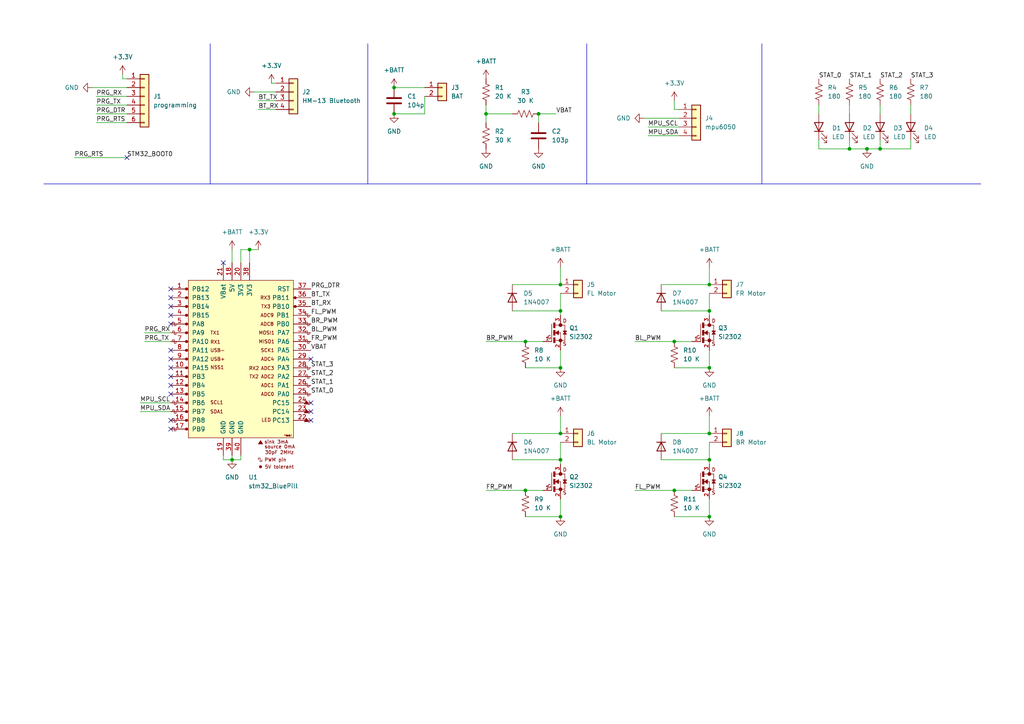
<source format=kicad_sch>
(kicad_sch (version 20231120) (generator "eeschema") (generator_version "8.0")
  (paper "A4")
  (title_block (title "MiniDrone") (date "2024-07-26") (rev "0.1") (company "Wayne Yang"))
  (lib_symbols
    (symbol "Connector_Generic:Conn_01x02" (pin_names (offset 1.016) hide)
      (property "Reference" "J" (at 0 2.54 0))
      (property "Value" "Conn_01x02" (at 0 -5.08 0))
      (symbol "Conn_01x02_1_1"
        (rectangle (start -1.27 -2.413) (end 0 -2.667) (stroke (width 0.1524)))
        (rectangle (start -1.27 0.127) (end 0 -0.127) (stroke (width 0.1524)))
        (rectangle (start -1.27 1.27) (end 1.27 -3.81) (stroke (width 0.254)) (fill (type background)))
        (pin passive line (at -5.08 0 0) (length 3.81) (name "Pin_1") (number "1"))
        (pin passive line (at -5.08 -2.54 0) (length 3.81) (name "Pin_2") (number "2"))
      )
    )
    (symbol "Connector_Generic:Conn_01x04" (pin_names (offset 1.016) hide)
      (property "Reference" "J" (at 0 5.08 0))
      (property "Value" "Conn_01x04" (at 0 -7.62 0))
      (symbol "Conn_01x04_1_1"
        (rectangle (start -1.27 -4.953) (end 0 -5.207) (stroke (width 0.1524)))
        (rectangle (start -1.27 -2.413) (end 0 -2.667) (stroke (width 0.1524)))
        (rectangle (start -1.27 0.127) (end 0 -0.127) (stroke (width 0.1524)))
        (rectangle (start -1.27 2.667) (end 0 2.413) (stroke (width 0.1524)))
        (rectangle (start -1.27 3.81) (end 1.27 -6.35) (stroke (width 0.254)) (fill (type background)))
        (pin passive line (at -5.08 2.54 0) (length 3.81) (name "Pin_1") (number "1"))
        (pin passive line (at -5.08 0 0) (length 3.81) (name "Pin_2") (number "2"))
        (pin passive line (at -5.08 -2.54 0) (length 3.81) (name "Pin_3") (number "3"))
        (pin passive line (at -5.08 -5.08 0) (length 3.81) (name "Pin_4") (number "4"))
      )
    )
    (symbol "Connector_Generic:Conn_01x06" (pin_names (offset 1.016) hide)
      (property "Reference" "J" (at 0 7.62 0))
      (property "Value" "Conn_01x06" (at 0 -10.16 0))
      (symbol "Conn_01x06_1_1"
        (rectangle (start -1.27 -7.493) (end 0 -7.747) (stroke (width 0.1524)))
        (rectangle (start -1.27 -4.953) (end 0 -5.207) (stroke (width 0.1524)))
        (rectangle (start -1.27 -2.413) (end 0 -2.667) (stroke (width 0.1524)))
        (rectangle (start -1.27 0.127) (end 0 -0.127) (stroke (width 0.1524)))
        (rectangle (start -1.27 2.667) (end 0 2.413) (stroke (width 0.1524)))
        (rectangle (start -1.27 5.207) (end 0 4.953) (stroke (width 0.1524)))
        (rectangle (start -1.27 6.35) (end 1.27 -8.89) (stroke (width 0.254)) (fill (type background)))
        (pin passive line (at -5.08 5.08 0) (length 3.81) (name "Pin_1") (number "1"))
        (pin passive line (at -5.08 2.54 0) (length 3.81) (name "Pin_2") (number "2"))
        (pin passive line (at -5.08 0 0) (length 3.81) (name "Pin_3") (number "3"))
        (pin passive line (at -5.08 -2.54 0) (length 3.81) (name "Pin_4") (number "4"))
        (pin passive line (at -5.08 -5.08 0) (length 3.81) (name "Pin_5") (number "5"))
        (pin passive line (at -5.08 -7.62 0) (length 3.81) (name "Pin_6") (number "6"))
      )
    )
    (symbol "Device:C" (pin_numbers hide) (pin_names (offset 0.254))
      (property "Reference" "C" (at 0.635 2.54 0))
      (property "Value" "C" (at 0.635 -2.54 0))
      (symbol "C_0_1"
        (polyline (pts (xy -2.032 -0.762) (xy 2.032 -0.762)) (stroke (width 0.508)))
        (polyline (pts (xy -2.032 0.762) (xy 2.032 0.762)) (stroke (width 0.508)))
      )
      (symbol "C_1_1"
        (pin passive line (at 0 3.81 270) (length 2.794) (name "~") (number "1"))
        (pin passive line (at 0 -3.81 90) (length 2.794) (name "~") (number "2"))
      )
    )
    (symbol "Device:LED" (pin_numbers hide) (pin_names (offset 1.016) hide)
      (property "Reference" "D" (at 0 2.54 0))
      (property "Value" "LED" (at 0 -2.54 0))
      (symbol "LED_0_1"
        (polyline (pts (xy -1.27 -1.27) (xy -1.27 1.27)) (stroke (width 0.254)))
        (polyline (pts (xy -1.27 0) (xy 1.27 0)))
        (polyline (pts (xy 1.27 -1.27) (xy 1.27 1.27) (xy -1.27 0) (xy 1.27 -1.27)) (stroke (width 0.254)))
        (polyline (pts (xy -3.048 -0.762) (xy -4.572 -2.286) (xy -3.81 -2.286) (xy -4.572 -2.286) (xy -4.572 -1.524)))
        (polyline (pts (xy -1.778 -0.762) (xy -3.302 -2.286) (xy -2.54 -2.286) (xy -3.302 -2.286) (xy -3.302 -1.524)))
      )
      (symbol "LED_1_1"
        (pin passive line (at -3.81 0 0) (length 2.54) (name "K") (number "1"))
        (pin passive line (at 3.81 0 180) (length 2.54) (name "A") (number "2"))
      )
    )
    (symbol "Device:R_US" (pin_numbers hide) (pin_names (offset 0))
      (property "Reference" "R" (at 2.54 0 90))
      (property "Value" "R_US" (at -2.54 0 90))
      (symbol "R_US_0_1"
        (polyline (pts (xy 0 -2.286) (xy 0 -2.54)))
        (polyline (pts (xy 0 2.286) (xy 0 2.54)))
        (polyline (pts (xy 0 -0.762) (xy 1.016 -1.143) (xy 0 -1.524) (xy -1.016 -1.905) (xy 0 -2.286)))
        (polyline (pts (xy 0 0.762) (xy 1.016 0.381) (xy 0 0) (xy -1.016 -0.381) (xy 0 -0.762)))
        (polyline (pts (xy 0 2.286) (xy 1.016 1.905) (xy 0 1.524) (xy -1.016 1.143) (xy 0 0.762)))
      )
      (symbol "R_US_1_1"
        (pin passive line (at 0 3.81 270) (length 1.27) (name "~") (number "1"))
        (pin passive line (at 0 -3.81 90) (length 1.27) (name "~") (number "2"))
      )
    )
    (symbol "Diode:1N4007" (pin_numbers hide) (pin_names (offset 1.016) hide)
      (property "Reference" "D" (at 0 2.54 0))
      (property "Value" "1N4007" (at 0 -2.54 0))
      (symbol "1N4007_0_1"
        (polyline (pts (xy -1.27 1.27) (xy -1.27 -1.27)) (stroke (width 0.254)))
        (polyline (pts (xy 1.27 0) (xy -1.27 0)))
        (polyline (pts (xy 1.27 1.27) (xy 1.27 -1.27) (xy -1.27 0) (xy 1.27 1.27)) (stroke (width 0.254)))
      )
      (symbol "1N4007_1_1"
        (pin passive line (at -3.81 0 0) (length 2.54) (name "K") (number "1"))
        (pin passive line (at 3.81 0 180) (length 2.54) (name "A") (number "2"))
      )
    )
    (symbol "SI2302:SI2302" (pin_names (offset 1.016))
      (property "Reference" "Q" (at 2.5417 0 0))
      (property "Value" "SI2302" (at 2.5438 -2.5438 0))
      (symbol "SI2302_0_0"
        (rectangle (start -2.035 1.399) (end -1.524 2.921) (stroke (width 0.1)) (fill (type outline)))
        (rectangle (start -2.0335 -2.9232) (end -1.524 -1.397) (stroke (width 0.1)) (fill (type outline)))
        (rectangle (start -2.0336 -0.7626) (end -1.524 0.762) (stroke (width 0.1)) (fill (type outline)))
        (circle (center 0 -2.2225) (radius 0.127) (stroke (width 0.4064)))
        (polyline (pts (xy -2.54 -2.54) (xy -2.54 2.54)) (stroke (width 0.1524)))
        (polyline (pts (xy -1.5875 -2.2225) (xy 0 -2.2225)) (stroke (width 0.1524)))
        (polyline (pts (xy -1.5875 2.2225) (xy 0 2.2225)) (stroke (width 0.1524)))
        (polyline (pts (xy -0.508 0) (xy 0 0)) (stroke (width 0.1524)))
        (polyline (pts (xy 0 -2.2225) (xy 0 -2.54)) (stroke (width 0.1524)))
        (polyline (pts (xy 0 0) (xy 0 -2.2225)) (stroke (width 0.1524)))
        (polyline (pts (xy 0 2.2225) (xy 1.27 2.2225)) (stroke (width 0.1524)))
        (polyline (pts (xy 0 2.54) (xy 0 2.2225)) (stroke (width 0.1524)))
        (polyline (pts (xy 1.27 -2.2225) (xy 0 -2.2225)) (stroke (width 0.1524)))
        (polyline (pts (xy 1.27 2.2225) (xy 1.27 -2.2225)) (stroke (width 0.1524)))
        (polyline (pts (xy -1.524 0) (xy -0.508 0.635) (xy -0.508 -0.635) (xy -1.524 0)) (stroke (width 0.1016)) (fill (type outline)))
        (polyline (pts (xy 1.27 0.3175) (xy 0.762 -0.4445) (xy 1.778 -0.4445) (xy 1.27 0.3175)) (stroke (width 0.1524)) (fill (type outline)))
        (circle (center 0 2.2225) (radius 0.127) (stroke (width 0.4064)))
        (rectangle (start 0.7632 0.318) (end 1.778 0.5715) (stroke (width 0.1)) (fill (type outline)))
        (text "D" (at 0.6361 2.8623 0) (effects (font (size 1.0177 1.0177)) (justify left bottom)))
        (text "G" (at -3.813 -1.9065 0) (effects (font (size 1.0168 1.0168)) (justify left bottom)))
        (text "S" (at 0.6357 -3.8141 0) (effects (font (size 1.0171 1.0171)) (justify left bottom)))
        (pin passive line (at -5.08 -2.54 0) (length 2.54) (name "~") (number "1"))
        (pin passive line (at 0 -5.08 90) (length 2.54) (name "~") (number "2"))
        (pin passive line (at 0 5.08 270) (length 2.54) (name "~") (number "3"))
      )
    )
    (symbol "STM32_module:stm32_BluePill" (pin_names (offset 1.016))
      (property "Reference" "U" (at -13.97 24.13 0))
      (property "Value" "stm32_BluePill" (at 0 6.35 90))
      (symbol "stm32_BluePill_0_0"
        (circle (center -15.748 -20.32) (radius 0.3556) (fill (type outline)))
        (circle (center -15.748 -17.78) (radius 0.3556) (fill (type outline)))
        (circle (center -15.748 -15.24) (radius 0.3556) (fill (type outline)))
        (circle (center -15.748 -12.7) (radius 0.3556) (fill (type outline)))
        (circle (center -15.748 -10.16) (radius 0.3556) (fill (type outline)))
        (circle (center -15.748 -7.62) (radius 0.3556) (fill (type outline)))
        (circle (center -15.748 -5.08) (radius 0.3556) (fill (type outline)))
        (circle (center -15.748 -2.54) (radius 0.3556) (fill (type outline)))
        (circle (center -15.748 0) (radius 0.3556) (fill (type outline)))
        (circle (center -15.748 2.54) (radius 0.3556) (fill (type outline)))
        (circle (center -15.748 5.08) (radius 0.3556) (fill (type outline)))
        (circle (center -15.748 7.62) (radius 0.3556) (fill (type outline)))
        (circle (center -15.748 10.16) (radius 0.3556) (fill (type outline)))
        (circle (center -15.748 12.7) (radius 0.3556) (fill (type outline)))
        (circle (center -15.748 15.24) (radius 0.3556) (fill (type outline)))
        (circle (center -15.748 20.32) (radius 0.3556) (fill (type outline)))
        (polyline (pts (xy 5.08 -24.638) (xy 5.715 -23.622) (xy 6.35 -24.638) (xy 5.08 -24.638) (xy 5.715 -23.749) (xy 6.223 -24.638) (xy 5.207 -24.511) (xy 5.715 -23.876) (xy 6.096 -24.638) (xy 5.334 -24.384) (xy 5.842 -24.003) (xy 5.969 -24.638) (xy 5.461 -24.257) (xy 5.969 -24.13) (xy 5.842 -24.511) (xy 5.588 -24.257) (xy 5.842 -24.384) (xy 5.715 -24.13)))
        (polyline (pts (xy 18.415 -18.161) (xy 19.05 -17.145) (xy 19.685 -18.161) (xy 18.415 -18.161) (xy 19.05 -17.272) (xy 19.558 -18.161) (xy 18.542 -18.034) (xy 19.05 -17.399) (xy 19.431 -18.161) (xy 18.669 -17.907) (xy 19.177 -17.526) (xy 19.304 -18.161) (xy 18.796 -17.78) (xy 19.304 -17.653) (xy 19.177 -18.034) (xy 18.923 -17.78) (xy 19.177 -17.907) (xy 19.05 -17.653)))
        (polyline (pts (xy 18.415 -15.621) (xy 19.05 -14.605) (xy 19.685 -15.621) (xy 18.415 -15.621) (xy 19.05 -14.732) (xy 19.558 -15.621) (xy 18.542 -15.494) (xy 19.05 -14.859) (xy 19.431 -15.621) (xy 18.669 -15.367) (xy 19.177 -14.986) (xy 19.304 -15.621) (xy 18.796 -15.24) (xy 19.304 -15.113) (xy 19.177 -15.494) (xy 18.923 -15.24) (xy 19.177 -15.367) (xy 19.05 -15.113)))
        (polyline (pts (xy 18.415 -13.081) (xy 19.05 -12.065) (xy 19.685 -13.081) (xy 18.415 -13.081) (xy 19.05 -12.192) (xy 19.558 -13.081) (xy 18.542 -12.954) (xy 19.05 -12.319) (xy 19.431 -13.081) (xy 18.669 -12.827) (xy 19.177 -12.446) (xy 19.304 -13.081) (xy 18.796 -12.7) (xy 19.304 -12.573) (xy 19.177 -12.954) (xy 18.923 -12.7) (xy 19.177 -12.827) (xy 19.05 -12.573)))
        (circle (center 5.715 -31.242) (radius 0.127) (fill (type outline)))
        (circle (center 5.715 -31.242) (radius 0.254))
        (circle (center 5.715 -31.242) (radius 0.3556))
        (circle (center 15.748 15.24) (radius 0.254) (fill (type outline)))
        (circle (center 15.748 15.24) (radius 0.3556))
        (circle (center 15.748 17.78) (radius 0.254) (fill (type outline)))
        (circle (center 15.748 17.78) (radius 0.3556))
        (text "30pF 2MHz" (at 11.176 -27.051 0) (effects (font (size 0.9906 0.9906))))
        (text "5V tolerant" (at 11.176 -31.242 0) (effects (font (size 0.9906 0.9906))))
        (text "ADC0" (at 7.747 -10.16 0) (effects (font (size 0.9906 0.9906))))
        (text "ADC1" (at 7.747 -7.62 0) (effects (font (size 0.9906 0.9906))))
        (text "ADC2" (at 7.747 -5.08 0) (effects (font (size 0.9906 0.9906))))
        (text "ADC3" (at 7.747 -2.667 0) (effects (font (size 0.9906 0.9906))))
        (text "ADC4" (at 7.747 0 0) (effects (font (size 0.9906 0.9906))))
        (text "ADC8" (at 7.62 10.16 0) (effects (font (size 0.9906 0.9906))))
        (text "ADC9" (at 7.62 12.7 0) (effects (font (size 0.9906 0.9906))))
        (text "LED" (at 7.366 -17.653 0) (effects (font (size 0.9906 0.9906))))
        (text "MISO1" (at 7.493 5.08 0) (effects (font (size 0.9906 0.9906))))
        (text "MOSI1" (at 7.493 7.62 0) (effects (font (size 0.9906 0.9906))))
        (text "NSS1" (at -6.858 -2.413 0) (effects (font (size 0.9906 0.9906))))
        (text "PWM pin" (at 10.033 -29.21 0) (effects (font (size 0.9906 0.9906))))
        (text "RX1" (at -7.366 4.953 0) (effects (font (size 0.9906 0.9906))))
        (text "RX2" (at 3.81 -2.667 0) (effects (font (size 0.9906 0.9906))))
        (text "RX3" (at 7.112 17.78 0) (effects (font (size 0.9906 0.9906))))
        (text "SCK1" (at 7.747 2.54 0) (effects (font (size 0.9906 0.9906))))
        (text "SCL1" (at -6.985 -12.573 0) (effects (font (size 0.9906 0.9906))))
        (text "SDA1" (at -6.985 -15.24 0) (effects (font (size 0.9906 0.9906))))
        (text "sink 3mA" (at 10.287 -24.003 0) (effects (font (size 0.9906 0.9906))))
        (text "source 0mA" (at 11.303 -25.4 0) (effects (font (size 0.9906 0.9906))))
        (text "TX1" (at -7.493 7.62 0) (effects (font (size 0.9906 0.9906))))
        (text "TX2" (at 3.81 -5.08 0) (effects (font (size 0.9906 0.9906))))
        (text "TX3" (at 7.239 15.24 0) (effects (font (size 0.9906 0.9906))))
        (text "USB+" (at -6.731 0 0) (effects (font (size 0.9906 0.9906))))
        (text "USB-" (at -6.731 2.54 0) (effects (font (size 0.9906 0.9906))))
        (text "Y@@J" (at 13.6906 -22.1488 0) (effects (font (size 0.508 0.508))))
      )
      (symbol "stm32_BluePill_0_1"
        (rectangle (start -15.24 22.86) (end 15.24 -22.86) (fill (type background)))
        (polyline (pts (xy -18.796 -20.32) (xy -18.796 -20.828) (xy -19.304 -20.828) (xy -19.304 -19.812) (xy -19.812 -19.812) (xy -19.812 -20.32)))
        (polyline (pts (xy -18.796 -17.78) (xy -18.796 -18.288) (xy -19.304 -18.288) (xy -19.304 -17.272) (xy -19.812 -17.272) (xy -19.812 -17.78)))
        (polyline (pts (xy -18.796 -15.24) (xy -18.796 -15.748) (xy -19.304 -15.748) (xy -19.304 -14.732) (xy -19.812 -14.732) (xy -19.812 -15.24)))
        (polyline (pts (xy -18.796 -12.7) (xy -18.796 -13.208) (xy -19.304 -13.208) (xy -19.304 -12.192) (xy -19.812 -12.192) (xy -19.812 -12.7)))
        (polyline (pts (xy -18.796 5.08) (xy -18.796 4.572) (xy -19.304 4.572) (xy -19.304 5.588) (xy -19.812 5.588) (xy -19.812 5.08)))
        (polyline (pts (xy -18.796 7.62) (xy -18.796 7.112) (xy -19.304 7.112) (xy -19.304 8.128) (xy -19.812 8.128) (xy -19.812 7.62)))
        (polyline (pts (xy -18.796 10.16) (xy -18.796 9.652) (xy -19.304 9.652) (xy -19.304 10.668) (xy -19.812 10.668) (xy -19.812 10.16)))
        (polyline (pts (xy 6.096 -29.21) (xy 6.096 -29.718) (xy 5.588 -29.718) (xy 5.588 -28.702) (xy 5.08 -28.702) (xy 5.08 -29.21)))
        (polyline (pts (xy 19.812 -10.16) (xy 19.812 -10.668) (xy 19.304 -10.668) (xy 19.304 -9.652) (xy 18.796 -9.652) (xy 18.796 -10.16)))
        (polyline (pts (xy 19.812 -7.62) (xy 19.812 -8.128) (xy 19.304 -8.128) (xy 19.304 -7.112) (xy 18.796 -7.112) (xy 18.796 -7.62)))
        (polyline (pts (xy 19.812 -5.08) (xy 19.812 -5.588) (xy 19.304 -5.588) (xy 19.304 -4.572) (xy 18.796 -4.572) (xy 18.796 -5.08)))
        (polyline (pts (xy 19.812 -2.54) (xy 19.812 -3.048) (xy 19.304 -3.048) (xy 19.304 -2.032) (xy 18.796 -2.032) (xy 18.796 -2.54)))
        (polyline (pts (xy 19.812 5.08) (xy 19.812 4.572) (xy 19.304 4.572) (xy 19.304 5.588) (xy 18.796 5.588) (xy 18.796 5.08)))
        (polyline (pts (xy 19.812 7.62) (xy 19.812 7.112) (xy 19.304 7.112) (xy 19.304 8.128) (xy 18.796 8.128) (xy 18.796 7.62)))
        (polyline (pts (xy 19.812 10.16) (xy 19.812 9.652) (xy 19.304 9.652) (xy 19.304 10.668) (xy 18.796 10.668) (xy 18.796 10.16)))
        (polyline (pts (xy 19.812 12.7) (xy 19.812 12.192) (xy 19.304 12.192) (xy 19.304 13.208) (xy 18.796 13.208) (xy 18.796 12.7)))
      )
      (symbol "stm32_BluePill_1_1"
        (circle (center -15.748 17.78) (radius 0.3556) (fill (type outline)))
        (pin bidirectional line (at -20.32 20.32 0) (length 5.08) (name "PB12") (number "1"))
        (pin bidirectional line (at -20.32 -2.54 0) (length 5.08) (name "PA15") (number "10"))
        (pin bidirectional line (at -20.32 -5.08 0) (length 5.08) (name "PB3") (number "11"))
        (pin bidirectional line (at -20.32 -7.62 0) (length 5.08) (name "PB4") (number "12"))
        (pin bidirectional line (at -20.32 -10.16 0) (length 5.08) (name "PB5") (number "13"))
        (pin bidirectional line (at -20.32 -12.7 0) (length 5.08) (name "PB6") (number "14"))
        (pin bidirectional line (at -20.32 -15.24 0) (length 5.08) (name "PB7") (number "15"))
        (pin bidirectional line (at -20.32 -17.78 0) (length 5.08) (name "PB8") (number "16"))
        (pin bidirectional line (at -20.32 -20.32 0) (length 5.08) (name "PB9") (number "17"))
        (pin power_in line (at -2.54 27.94 270) (length 5.08) (name "5V") (number "18"))
        (pin power_in line (at -5.08 -27.94 90) (length 5.08) (name "GND") (number "19"))
        (pin bidirectional line (at -20.32 17.78 0) (length 5.08) (name "PB13") (number "2"))
        (pin power_in line (at 0 27.94 270) (length 5.08) (name "3V3") (number "20"))
        (pin power_in line (at -5.08 27.94 270) (length 5.08) (name "VBat") (number "21"))
        (pin bidirectional line (at 20.32 -17.78 180) (length 5.08) (name "PC13") (number "22"))
        (pin bidirectional line (at 20.32 -15.24 180) (length 5.08) (name "PC14") (number "23"))
        (pin bidirectional line (at 20.32 -12.7 180) (length 5.08) (name "PC15") (number "24"))
        (pin bidirectional line (at 20.32 -10.16 180) (length 5.08) (name "PA0") (number "25"))
        (pin bidirectional line (at 20.32 -7.62 180) (length 5.08) (name "PA1") (number "26"))
        (pin bidirectional line (at 20.32 -5.08 180) (length 5.08) (name "PA2") (number "27"))
        (pin bidirectional line (at 20.32 -2.54 180) (length 5.08) (name "PA3") (number "28"))
        (pin bidirectional line (at 20.32 0 180) (length 5.08) (name "PA4") (number "29"))
        (pin bidirectional line (at -20.32 15.24 0) (length 5.08) (name "PB14") (number "3"))
        (pin bidirectional line (at 20.32 2.54 180) (length 5.08) (name "PA5") (number "30"))
        (pin bidirectional line (at 20.32 5.08 180) (length 5.08) (name "PA6") (number "31"))
        (pin bidirectional line (at 20.32 7.62 180) (length 5.08) (name "PA7") (number "32"))
        (pin bidirectional line (at 20.32 10.16 180) (length 5.08) (name "PB0") (number "33"))
        (pin bidirectional line (at 20.32 12.7 180) (length 5.08) (name "PB1") (number "34"))
        (pin bidirectional line (at 20.32 15.24 180) (length 5.08) (name "PB10") (number "35"))
        (pin bidirectional line (at 20.32 17.78 180) (length 5.08) (name "PB11") (number "36"))
        (pin input line (at 20.32 20.32 180) (length 5.08) (name "RST") (number "37"))
        (pin power_in line (at 2.54 27.94 270) (length 5.08) (name "3V3") (number "38"))
        (pin power_in line (at -2.54 -27.94 90) (length 5.08) (name "GND") (number "39"))
        (pin bidirectional line (at -20.32 12.7 0) (length 5.08) (name "PB15") (number "4"))
        (pin power_in line (at 0 -27.94 90) (length 5.08) (name "GND") (number "40"))
        (pin bidirectional line (at -20.32 10.16 0) (length 5.08) (name "PA8") (number "5"))
        (pin bidirectional line (at -20.32 7.62 0) (length 5.08) (name "PA9") (number "6"))
        (pin bidirectional line (at -20.32 5.08 0) (length 5.08) (name "PA10") (number "7"))
        (pin bidirectional line (at -20.32 2.54 0) (length 5.08) (name "PA11") (number "8"))
        (pin bidirectional line (at -20.32 0 0) (length 5.08) (name "PA12") (number "9"))
      )
    )
    (symbol "power:+3.3V" (power) (pin_names (offset 0))
      (property "Value" "+3.3V" (at 0 3.556 0))
      (symbol "+3.3V_0_1"
        (polyline (pts (xy -0.762 1.27) (xy 0 2.54)))
        (polyline (pts (xy 0 0) (xy 0 2.54)))
        (polyline (pts (xy 0 2.54) (xy 0.762 1.27)))
      )
      (symbol "+3.3V_1_1"
        (pin power_in line (at 0 0 90) (length 0) hide (name "+3V3") (number "1"))
      )
    )
    (symbol "power:+BATT" (power) (pin_names (offset 0))
      (property "Value" "+BATT" (at 0 3.556 0))
      (symbol "+BATT_0_1"
        (polyline (pts (xy -0.762 1.27) (xy 0 2.54)))
        (polyline (pts (xy 0 0) (xy 0 2.54)))
        (polyline (pts (xy 0 2.54) (xy 0.762 1.27)))
      )
      (symbol "+BATT_1_1"
        (pin power_in line (at 0 0 90) (length 0) hide (name "+BATT") (number "1"))
      )
    )
    (symbol "power:GND" (power) (pin_names (offset 0))
      (property "Value" "GND" (at 0 -3.81 0))
      (symbol "GND_0_1"
        (polyline (pts (xy 0 0) (xy 0 -1.27) (xy 1.27 -1.27) (xy 0 -2.54) (xy -1.27 -1.27) (xy 0 -1.27)))
      )
      (symbol "GND_1_1"
        (pin power_in line (at 0 0 270) (length 0) hide (name "GND") (number "1"))
      )
    )
  )
  (junction (at 205.74 90.17))
  (junction (at 195.58 99.06))
  (junction (at 72.39 72.39))
  (junction (at 205.74 149.86))
  (junction (at 205.74 133.35))
  (junction (at 140.97 33.02))
  (junction (at 152.4 142.24))
  (junction (at 205.74 125.73))
  (junction (at 246.38 43.18))
  (junction (at 152.4 99.06))
  (junction (at 156.21 33.02))
  (junction (at 162.56 90.17))
  (junction (at 162.56 106.68))
  (junction (at 195.58 142.24))
  (junction (at 162.56 149.86))
  (junction (at 67.31 133.35))
  (junction (at 162.56 133.35))
  (junction (at 114.3 25.4))
  (junction (at 162.56 82.55))
  (junction (at 205.74 82.55))
  (junction (at 114.3 33.02))
  (junction (at 255.27 43.18))
  (junction (at 251.46 43.18))
  (junction (at 162.56 125.73))
  (junction (at 205.74 106.68))
  (no_connect (at 49.53 114.3))
  (no_connect (at 49.53 104.14))
  (no_connect (at 90.17 121.92))
  (no_connect (at 90.17 119.38))
  (no_connect (at 49.53 83.82))
  (no_connect (at 49.53 101.6))
  (no_connect (at 90.17 104.14))
  (no_connect (at 49.53 93.98))
  (no_connect (at 49.53 121.92))
  (no_connect (at 49.53 86.36))
  (no_connect (at 49.53 109.22))
  (no_connect (at 49.53 111.76))
  (no_connect (at 49.53 88.9))
  (no_connect (at 64.77 76.2))
  (no_connect (at 36.83 45.72))
  (no_connect (at 49.53 124.46))
  (no_connect (at 49.53 106.68))
  (no_connect (at 90.17 116.84))
  (no_connect (at 49.53 91.44))
  (wire (pts (xy 191.77 82.55) (xy 205.74 82.55)))
  (wire (pts (xy 123.19 27.94) (xy 123.19 33.02)))
  (wire (pts (xy 237.49 40.64) (xy 237.49 43.18)))
  (wire (pts (xy 162.56 120.65) (xy 162.56 125.73)))
  (wire (pts (xy 148.59 82.55) (xy 162.56 82.55)))
  (polyline (pts (xy 220.98 12.7) (xy 220.98 53.34)))
  (wire (pts (xy 35.56 22.86) (xy 35.56 21.59)))
  (wire (pts (xy 74.93 29.21) (xy 80.01 29.21)))
  (wire (pts (xy 40.64 116.84) (xy 49.53 116.84)))
  (wire (pts (xy 78.74 24.13) (xy 80.01 24.13)))
  (wire (pts (xy 27.94 35.56) (xy 36.83 35.56)))
  (wire (pts (xy 205.74 77.47) (xy 205.74 82.55)))
  (wire (pts (xy 69.85 133.35) (xy 67.31 133.35)))
  (wire (pts (xy 255.27 40.64) (xy 255.27 43.18)))
  (wire (pts (xy 114.3 25.4) (xy 123.19 25.4)))
  (wire (pts (xy 140.97 99.06) (xy 152.4 99.06)))
  (wire (pts (xy 205.74 101.6) (xy 205.74 106.68)))
  (wire (pts (xy 184.15 142.24) (xy 195.58 142.24)))
  (wire (pts (xy 196.85 31.75) (xy 195.58 31.75)))
  (wire (pts (xy 162.56 133.35) (xy 162.56 134.62)))
  (wire (pts (xy 140.97 33.02) (xy 140.97 35.56)))
  (wire (pts (xy 74.93 31.75) (xy 80.01 31.75)))
  (wire (pts (xy 69.85 76.2) (xy 69.85 72.39)))
  (wire (pts (xy 67.31 76.2) (xy 67.31 72.39)))
  (wire (pts (xy 205.74 120.65) (xy 205.74 125.73)))
  (wire (pts (xy 26.67 25.4) (xy 36.83 25.4)))
  (wire (pts (xy 69.85 132.08) (xy 69.85 133.35)))
  (wire (pts (xy 162.56 101.6) (xy 162.56 106.68)))
  (wire (pts (xy 191.77 133.35) (xy 205.74 133.35)))
  (wire (pts (xy 156.21 33.02) (xy 161.29 33.02)))
  (wire (pts (xy 195.58 31.75) (xy 195.58 29.21)))
  (wire (pts (xy 264.16 40.64) (xy 264.16 43.18)))
  (wire (pts (xy 187.96 39.37) (xy 196.85 39.37)))
  (wire (pts (xy 251.46 43.18) (xy 255.27 43.18)))
  (polyline (pts (xy 12.7 53.34) (xy 284.48 53.34)))
  (polyline (pts (xy 170.18 12.7) (xy 170.18 53.34)))
  (wire (pts (xy 140.97 30.48) (xy 140.97 33.02)))
  (polyline (pts (xy 106.68 12.7) (xy 106.68 53.34)))
  (wire (pts (xy 205.74 85.09) (xy 205.74 90.17)))
  (wire (pts (xy 255.27 30.48) (xy 255.27 33.02)))
  (wire (pts (xy 64.77 133.35) (xy 67.31 133.35)))
  (wire (pts (xy 21.59 45.72) (xy 36.83 45.72)))
  (wire (pts (xy 72.39 72.39) (xy 72.39 76.2)))
  (wire (pts (xy 67.31 132.08) (xy 67.31 133.35)))
  (wire (pts (xy 205.74 133.35) (xy 205.74 134.62)))
  (wire (pts (xy 205.74 144.78) (xy 205.74 149.86)))
  (wire (pts (xy 264.16 43.18) (xy 255.27 43.18)))
  (wire (pts (xy 152.4 99.06) (xy 157.48 99.06)))
  (wire (pts (xy 205.74 128.27) (xy 205.74 133.35)))
  (wire (pts (xy 152.4 142.24) (xy 157.48 142.24)))
  (wire (pts (xy 36.83 22.86) (xy 35.56 22.86)))
  (wire (pts (xy 191.77 125.73) (xy 205.74 125.73)))
  (wire (pts (xy 73.66 26.67) (xy 80.01 26.67)))
  (wire (pts (xy 140.97 142.24) (xy 152.4 142.24)))
  (wire (pts (xy 186.69 34.29) (xy 196.85 34.29)))
  (wire (pts (xy 184.15 99.06) (xy 195.58 99.06)))
  (wire (pts (xy 191.77 90.17) (xy 205.74 90.17)))
  (wire (pts (xy 40.64 119.38) (xy 49.53 119.38)))
  (wire (pts (xy 237.49 43.18) (xy 246.38 43.18)))
  (wire (pts (xy 162.56 149.86) (xy 152.4 149.86)))
  (wire (pts (xy 140.97 33.02) (xy 148.59 33.02)))
  (wire (pts (xy 156.21 33.02) (xy 156.21 35.56)))
  (wire (pts (xy 27.94 30.48) (xy 36.83 30.48)))
  (wire (pts (xy 123.19 33.02) (xy 114.3 33.02)))
  (wire (pts (xy 264.16 30.48) (xy 264.16 33.02)))
  (wire (pts (xy 148.59 125.73) (xy 162.56 125.73)))
  (wire (pts (xy 162.56 77.47) (xy 162.56 82.55)))
  (wire (pts (xy 162.56 85.09) (xy 162.56 90.17)))
  (wire (pts (xy 27.94 33.02) (xy 36.83 33.02)))
  (wire (pts (xy 74.93 72.39) (xy 72.39 72.39)))
  (wire (pts (xy 237.49 30.48) (xy 237.49 33.02)))
  (wire (pts (xy 246.38 30.48) (xy 246.38 33.02)))
  (wire (pts (xy 148.59 90.17) (xy 162.56 90.17)))
  (wire (pts (xy 195.58 99.06) (xy 200.66 99.06)))
  (wire (pts (xy 64.77 132.08) (xy 64.77 133.35)))
  (wire (pts (xy 246.38 43.18) (xy 251.46 43.18)))
  (wire (pts (xy 162.56 128.27) (xy 162.56 133.35)))
  (wire (pts (xy 246.38 40.64) (xy 246.38 43.18)))
  (wire (pts (xy 162.56 144.78) (xy 162.56 149.86)))
  (wire (pts (xy 162.56 106.68) (xy 152.4 106.68)))
  (wire (pts (xy 162.56 90.17) (xy 162.56 91.44)))
  (wire (pts (xy 41.91 99.06) (xy 49.53 99.06)))
  (wire (pts (xy 41.91 96.52) (xy 49.53 96.52)))
  (wire (pts (xy 205.74 106.68) (xy 195.58 106.68)))
  (wire (pts (xy 72.39 72.39) (xy 69.85 72.39)))
  (wire (pts (xy 187.96 36.83) (xy 196.85 36.83)))
  (wire (pts (xy 195.58 142.24) (xy 200.66 142.24)))
  (wire (pts (xy 27.94 27.94) (xy 36.83 27.94)))
  (wire (pts (xy 205.74 90.17) (xy 205.74 91.44)))
  (polyline (pts (xy 60.96 12.7) (xy 60.96 53.34)))
  (wire (pts (xy 148.59 133.35) (xy 162.56 133.35)))
  (wire (pts (xy 205.74 149.86) (xy 195.58 149.86)))
  (label "MPU_SDA" (at 40.64 119.38 0))
  (label "MPU_SDA" (at 187.96 39.37 0))
  (label "STAT_2" (at 255.27 22.86 0))
  (label "FR_PWM" (at 90.17 99.06 0))
  (label "PRG_RTS" (at 27.94 35.56 0))
  (label "PRG_DTR" (at 90.17 83.82 0))
  (label "PRG_RX" (at 41.91 96.52 0))
  (label "VBAT" (at 90.17 101.6 0))
  (label "STAT_3" (at 90.17 106.68 0))
  (label "PRG_TX" (at 27.94 30.48 0))
  (label "MPU_SCL" (at 40.64 116.84 0))
  (label "STAT_1" (at 90.17 111.76 0))
  (label "BR_PWM" (at 140.97 99.06 0))
  (label "STAT_1" (at 246.38 22.86 0))
  (label "BR_PWM" (at 90.17 93.98 0))
  (label "STAT_0" (at 237.49 22.86 0))
  (label "BT_RX" (at 74.93 31.75 0))
  (label "BT_TX" (at 90.17 86.36 0))
  (label "STM32_BOOT0" (at 36.83 45.72 0))
  (label "STAT_2" (at 90.17 109.22 0))
  (label "PRG_RX" (at 27.94 27.94 0))
  (label "FL_PWM" (at 90.17 91.44 0))
  (label "VBAT" (at 161.29 33.02 0))
  (label "BL_PWM" (at 184.15 99.06 0))
  (label "PRG_RTS" (at 21.59 45.72 0))
  (label "BL_PWM" (at 90.17 96.52 0))
  (label "MPU_SCL" (at 187.96 36.83 0))
  (label "PRG_DTR" (at 27.94 33.02 0))
  (label "BT_RX" (at 90.17 88.9 0))
  (label "FR_PWM" (at 140.97 142.24 0))
  (label "PRG_TX" (at 41.91 99.06 0))
  (label "STAT_3" (at 264.16 22.86 0))
  (label "FL_PWM" (at 184.15 142.24 0))
  (label "BT_TX" (at 74.93 29.21 0))
  (label "STAT_0" (at 90.17 114.3 0))
  (symbol (lib_id "Connector_Generic:Conn_01x04") (at 201.93 34.29 0) (unit 1)
    (property "Reference" "J4" (at 204.47 34.2899 0) (effects (justify left)))
    (property "Value" "mpu6050" (at 204.47 36.8299 0) (effects (justify left)))
    (property "Footprint" "Connector_PinSocket_2.54mm:PinSocket_1x04_P2.54mm_Vertical" (effects (hide yes)))
    (property "Description" "Generic connector, single row, 01x04, script generated (kicad-library-utils/schlib/autogen/connector/)" (effects (hide yes)))
  )
  (symbol (lib_id "Device:R_US") (at 140.97 39.37 0) (unit 1)
    (property "Reference" "R2" (at 143.51 38.0999 0) (effects (justify left)))
    (property "Value" "30 K" (at 143.51 40.6399 0) (effects (justify left)))
    (property "Footprint" "Resistor_SMD:R_0603_1608Metric" (effects (hide yes)))
    (property "Description" "Resistor, US symbol" (effects (hide yes)))
  )
  (symbol (lib_id "power:+BATT") (at 67.31 72.39 0) (unit 1)
    (property "Reference" "#PWR03" (effects (hide yes)))
    (property "Value" "+BATT" (at 67.31 67.31 0))
    (property "Description" "Power symbol creates a global label with name \"+BATT\"" (effects (hide yes)))
  )
  (symbol (lib_id "Device:R_US") (at 264.16 26.67 0) (unit 1)
    (property "Reference" "R7" (at 266.7 25.3999 0) (effects (justify left)))
    (property "Value" "180" (at 266.7 27.9399 0) (effects (justify left)))
    (property "Footprint" "Resistor_SMD:R_0603_1608Metric" (effects (hide yes)))
    (property "Description" "Resistor, US symbol" (effects (hide yes)))
  )
  (symbol (lib_id "power:GND") (at 26.67 25.4 270) (unit 1)
    (property "Reference" "#PWR01" (effects (hide yes)))
    (property "Value" "GND" (at 22.86 25.3999 90) (effects (justify right)))
    (property "Description" "Power symbol creates a global label with name \"GND\" , ground" (effects (hide yes)))
  )
  (symbol (lib_id "Device:R_US") (at 152.4 102.87 0) (unit 1)
    (property "Reference" "R8" (at 154.94 101.5999 0) (effects (justify left)))
    (property "Value" "10 K" (at 154.94 104.1399 0) (effects (justify left)))
    (property "Footprint" "Resistor_SMD:R_0603_1608Metric" (effects (hide yes)))
    (property "Description" "Resistor, US symbol" (effects (hide yes)))
  )
  (symbol (lib_id "Connector_Generic:Conn_01x02") (at 210.82 125.73 0) (unit 1)
    (property "Reference" "J8" (at 213.36 125.7299 0) (effects (justify left)))
    (property "Value" "BR Motor" (at 213.36 128.2699 0) (effects (justify left)))
    (property "Footprint" "Connector_PinHeader_2.54mm:PinHeader_1x02_P2.54mm_Horizontal" (effects (hide yes)))
    (property "Description" "Generic connector, single row, 01x02, script generated (kicad-library-utils/schlib/autogen/connector/)" (effects (hide yes)))
  )
  (symbol (lib_id "power:+3.3V") (at 74.93 72.39 0) (unit 1)
    (property "Reference" "#PWR06" (effects (hide yes)))
    (property "Value" "+3.3V" (at 74.93 67.31 0))
    (property "Description" "Power symbol creates a global label with name \"+3.3V\"" (effects (hide yes)))
  )
  (symbol (lib_id "power:+3.3V") (at 195.58 29.21 0) (unit 1)
    (property "Reference" "#PWR014" (effects (hide yes)))
    (property "Value" "+3.3V" (at 195.58 24.13 0))
    (property "Description" "Power symbol creates a global label with name \"+3.3V\"" (effects (hide yes)))
  )
  (symbol (lib_id "Diode:1N4007") (at 148.59 86.36 270) (unit 1)
    (property "Reference" "D5" (at 151.8052 85.0899 90) (effects (justify left)))
    (property "Value" "1N4007" (at 151.8052 87.6299 90) (effects (justify left)))
    (property "Footprint" "Diode_SMD:D_SMA" (effects (hide yes)))
    (property "Datasheet" "http://www.vishay.com/docs/88503/1n4001.pdf" (effects (hide yes)))
    (property "Description" "1000V 1A General Purpose Rectifier Diode, DO-41" (effects (hide yes)))
  )
  (symbol (lib_id "Connector_Generic:Conn_01x04") (at 85.09 26.67 0) (unit 1)
    (property "Reference" "J2" (at 87.63 26.6699 0) (effects (justify left)))
    (property "Value" "HM-13 Bluetooth" (at 87.63 29.2099 0) (effects (justify left)))
    (property "Footprint" "Connector_PinSocket_2.54mm:PinSocket_1x04_P2.54mm_Vertical" (effects (hide yes)))
    (property "Description" "Generic connector, single row, 01x04, script generated (kicad-library-utils/schlib/autogen/connector/)" (effects (hide yes)))
  )
  (symbol (lib_id "power:GND") (at 156.21 43.18 0) (unit 1)
    (property "Reference" "#PWR012" (effects (hide yes)))
    (property "Value" "GND" (at 156.21 48.26 0))
    (property "Description" "Power symbol creates a global label with name \"GND\" , ground" (effects (hide yes)))
  )
  (symbol (lib_id "Device:R_US") (at 246.38 26.67 0) (unit 1)
    (property "Reference" "R5" (at 248.92 25.3999 0) (effects (justify left)))
    (property "Value" "180" (at 248.92 27.9399 0) (effects (justify left)))
    (property "Footprint" "Resistor_SMD:R_0603_1608Metric" (effects (hide yes)))
    (property "Description" "Resistor, US symbol" (effects (hide yes)))
  )
  (symbol (lib_id "Device:C") (at 114.3 29.21 0) (unit 1)
    (property "Reference" "C1" (at 118.11 27.9399 0) (effects (justify left)))
    (property "Value" "104p" (at 118.11 30.4799 0) (effects (justify left)))
    (property "Footprint" "Capacitor_SMD:C_0603_1608Metric" (effects (hide yes)))
    (property "Description" "Unpolarized capacitor" (effects (hide yes)))
  )
  (symbol (lib_id "power:GND") (at 205.74 149.86 0) (unit 1)
    (property "Reference" "#PWR023" (effects (hide yes)))
    (property "Value" "GND" (at 205.74 154.94 0))
    (property "Description" "Power symbol creates a global label with name \"GND\" , ground" (effects (hide yes)))
  )
  (symbol (lib_id "Connector_Generic:Conn_01x02") (at 210.82 82.55 0) (unit 1)
    (property "Reference" "J7" (at 213.36 82.5499 0) (effects (justify left)))
    (property "Value" "FR Motor" (at 213.36 85.0899 0) (effects (justify left)))
    (property "Footprint" "Connector_PinHeader_2.54mm:PinHeader_1x02_P2.54mm_Horizontal" (effects (hide yes)))
    (property "Description" "Generic connector, single row, 01x02, script generated (kicad-library-utils/schlib/autogen/connector/)" (effects (hide yes)))
  )
  (symbol (lib_id "power:+3.3V") (at 35.56 21.59 0) (unit 1)
    (property "Reference" "#PWR02" (effects (hide yes)))
    (property "Value" "+3.3V" (at 35.56 16.51 0))
    (property "Description" "Power symbol creates a global label with name \"+3.3V\"" (effects (hide yes)))
  )
  (symbol (lib_id "STM32_module:stm32_BluePill") (at 69.85 104.14 0) (unit 1)
    (property "Reference" "U1" (at 72.0441 138.43 0) (effects (justify left)))
    (property "Value" "stm32_BluePill" (at 72.0441 140.97 0) (effects (justify left)))
    (property "Footprint" "STM32_module:stm32_BluePill_1" (effects (hide yes)))
    (property "Description" "STM32 Blue Pill ; KLC compliant" (effects (hide yes)))
  )
  (symbol (lib_id "power:GND") (at 186.69 34.29 270) (unit 1)
    (property "Reference" "#PWR013" (effects (hide yes)))
    (property "Value" "GND" (at 182.88 34.2899 90) (effects (justify right)))
    (property "Description" "Power symbol creates a global label with name \"GND\" , ground" (effects (hide yes)))
  )
  (symbol (lib_id "SI2302:SI2302") (at 162.56 139.7 0) (unit 1)
    (property "Reference" "Q2" (at 165.1 138.325 0) (effects (justify left)))
    (property "Value" "SI2302" (at 165.1 140.865 0) (effects (justify left)))
    (property "Footprint" "si2302_kicad:SOT23" (effects (hide yes)))
    (property "MF" "Vishay Siliconix" (effects (hide yes)))
    (property "Description_1" "\nN-Channel 20 V 2.6A (Ta) 710mW (Ta) Surface Mount SOT-23-3 (TO-236)\n" (effects (hide yes)))
    (property "Package" "SOT-23-3 Vishay Siliconix" (effects (hide yes)))
    (property "Price" "None" (effects (hide yes)))
    (property "SnapEDA_Link" "https://www.snapeda.com/parts/SI2302/Vishay+Siliconix/view-part/?ref=snap" (effects (hide yes)))
    (property "MP" "SI2302" (effects (hide yes)))
    (property "Purchase-URL" "https://www.snapeda.com/api/url_track_click_mouser/?unipart_id=2777527&manufacturer=Vishay Siliconix&part_name=SI2302&search_term=None" (effects (hide yes)))
    (property "Availability" "Not in stock" (effects (hide yes)))
    (property "Check_prices" "https://www.snapeda.com/parts/SI2302/Vishay+Siliconix/view-part/?ref=eda" (effects (hide yes)))
  )
  (symbol (lib_id "Device:LED") (at 237.49 36.83 90) (unit 1)
    (property "Reference" "D1" (at 241.3 37.1474 90) (effects (justify right)))
    (property "Value" "LED" (at 241.3 39.6874 90) (effects (justify right)))
    (property "Footprint" "LED_SMD:LED_0603_1608Metric" (effects (hide yes)))
    (property "Description" "Light emitting diode" (effects (hide yes)))
  )
  (symbol (lib_id "power:+BATT") (at 140.97 22.86 0) (unit 1)
    (property "Reference" "#PWR010" (effects (hide yes)))
    (property "Value" "+BATT" (at 140.97 17.78 0))
    (property "Description" "Power symbol creates a global label with name \"+BATT\"" (effects (hide yes)))
  )
  (symbol (lib_id "Device:R_US") (at 255.27 26.67 0) (unit 1)
    (property "Reference" "R6" (at 257.81 25.3999 0) (effects (justify left)))
    (property "Value" "180" (at 257.81 27.9399 0) (effects (justify left)))
    (property "Footprint" "Resistor_SMD:R_0603_1608Metric" (effects (hide yes)))
    (property "Description" "Resistor, US symbol" (effects (hide yes)))
  )
  (symbol (lib_id "Device:LED") (at 246.38 36.83 90) (unit 1)
    (property "Reference" "D2" (at 250.19 37.1474 90) (effects (justify right)))
    (property "Value" "LED" (at 250.19 39.6874 90) (effects (justify right)))
    (property "Footprint" "LED_SMD:LED_0603_1608Metric" (effects (hide yes)))
    (property "Description" "Light emitting diode" (effects (hide yes)))
  )
  (symbol (lib_id "power:GND") (at 114.3 33.02 0) (unit 1)
    (property "Reference" "#PWR09" (effects (hide yes)))
    (property "Value" "GND" (at 114.3 38.1 0))
    (property "Description" "Power symbol creates a global label with name \"GND\" , ground" (effects (hide yes)))
  )
  (symbol (lib_id "Device:R_US") (at 140.97 26.67 0) (unit 1)
    (property "Reference" "R1" (at 143.51 25.3999 0) (effects (justify left)))
    (property "Value" "20 K" (at 143.51 27.9399 0) (effects (justify left)))
    (property "Footprint" "Resistor_SMD:R_0603_1608Metric" (effects (hide yes)))
    (property "Description" "Resistor, US symbol" (effects (hide yes)))
  )
  (symbol (lib_id "Connector_Generic:Conn_01x06") (at 41.91 27.94 0) (unit 1)
    (property "Reference" "J1" (at 44.45 27.9399 0) (effects (justify left)))
    (property "Value" "programming" (at 44.45 30.4799 0) (effects (justify left)))
    (property "Footprint" "Connector_PinHeader_2.54mm:PinHeader_1x06_P2.54mm_Vertical" (effects (hide yes)))
    (property "Description" "Generic connector, single row, 01x06, script generated (kicad-library-utils/schlib/autogen/connector/)" (effects (hide yes)))
  )
  (symbol (lib_id "Device:R_US") (at 237.49 26.67 0) (unit 1)
    (property "Reference" "R4" (at 240.03 25.3999 0) (effects (justify left)))
    (property "Value" "180" (at 240.03 27.9399 0) (effects (justify left)))
    (property "Footprint" "Resistor_SMD:R_0603_1608Metric" (effects (hide yes)))
    (property "Description" "Resistor, US symbol" (effects (hide yes)))
  )
  (symbol (lib_id "power:+BATT") (at 162.56 120.65 0) (unit 1)
    (property "Reference" "#PWR018" (effects (hide yes)))
    (property "Value" "+BATT" (at 162.56 115.57 0))
    (property "Description" "Power symbol creates a global label with name \"+BATT\"" (effects (hide yes)))
  )
  (symbol (lib_id "SI2302:SI2302") (at 162.56 96.52 0) (unit 1)
    (property "Reference" "Q1" (at 165.1 95.145 0) (effects (justify left)))
    (property "Value" "SI2302" (at 165.1 97.685 0) (effects (justify left)))
    (property "Footprint" "si2302_kicad:SOT23" (effects (hide yes)))
    (property "MF" "Vishay Siliconix" (effects (hide yes)))
    (property "Description_1" "\nN-Channel 20 V 2.6A (Ta) 710mW (Ta) Surface Mount SOT-23-3 (TO-236)\n" (effects (hide yes)))
    (property "Package" "SOT-23-3 Vishay Siliconix" (effects (hide yes)))
    (property "Price" "None" (effects (hide yes)))
    (property "SnapEDA_Link" "https://www.snapeda.com/parts/SI2302/Vishay+Siliconix/view-part/?ref=snap" (effects (hide yes)))
    (property "MP" "SI2302" (effects (hide yes)))
    (property "Purchase-URL" "https://www.snapeda.com/api/url_track_click_mouser/?unipart_id=2777527&manufacturer=Vishay Siliconix&part_name=SI2302&search_term=None" (effects (hide yes)))
    (property "Availability" "Not in stock" (effects (hide yes)))
    (property "Check_prices" "https://www.snapeda.com/parts/SI2302/Vishay+Siliconix/view-part/?ref=eda" (effects (hide yes)))
  )
  (symbol (lib_id "power:GND") (at 140.97 43.18 0) (unit 1)
    (property "Reference" "#PWR011" (effects (hide yes)))
    (property "Value" "GND" (at 140.97 48.26 0))
    (property "Description" "Power symbol creates a global label with name \"GND\" , ground" (effects (hide yes)))
  )
  (symbol (lib_id "power:+BATT") (at 162.56 77.47 0) (unit 1)
    (property "Reference" "#PWR016" (effects (hide yes)))
    (property "Value" "+BATT" (at 162.56 72.39 0))
    (property "Description" "Power symbol creates a global label with name \"+BATT\"" (effects (hide yes)))
  )
  (symbol (lib_id "Device:LED") (at 255.27 36.83 90) (unit 1)
    (property "Reference" "D3" (at 259.08 37.1474 90) (effects (justify right)))
    (property "Value" "LED" (at 259.08 39.6874 90) (effects (justify right)))
    (property "Footprint" "LED_SMD:LED_0603_1608Metric" (effects (hide yes)))
    (property "Description" "Light emitting diode" (effects (hide yes)))
  )
  (symbol (lib_id "Device:LED") (at 264.16 36.83 90) (unit 1)
    (property "Reference" "D4" (at 267.97 37.1474 90) (effects (justify right)))
    (property "Value" "LED" (at 267.97 39.6874 90) (effects (justify right)))
    (property "Footprint" "LED_SMD:LED_0603_1608Metric" (effects (hide yes)))
    (property "Description" "Light emitting diode" (effects (hide yes)))
  )
  (symbol (lib_id "power:GND") (at 67.31 133.35 0) (unit 1)
    (property "Reference" "#PWR04" (effects (hide yes)))
    (property "Value" "GND" (at 67.31 138.43 0))
    (property "Description" "Power symbol creates a global label with name \"GND\" , ground" (effects (hide yes)))
  )
  (symbol (lib_id "power:GND") (at 162.56 149.86 0) (unit 1)
    (property "Reference" "#PWR019" (effects (hide yes)))
    (property "Value" "GND" (at 162.56 154.94 0))
    (property "Description" "Power symbol creates a global label with name \"GND\" , ground" (effects (hide yes)))
  )
  (symbol (lib_id "Device:R_US") (at 195.58 146.05 0) (unit 1)
    (property "Reference" "R11" (at 198.12 144.7799 0) (effects (justify left)))
    (property "Value" "10 K" (at 198.12 147.3199 0) (effects (justify left)))
    (property "Footprint" "Resistor_SMD:R_0603_1608Metric" (effects (hide yes)))
    (property "Description" "Resistor, US symbol" (effects (hide yes)))
  )
  (symbol (lib_id "Device:R_US") (at 152.4 146.05 0) (unit 1)
    (property "Reference" "R9" (at 154.94 144.7799 0) (effects (justify left)))
    (property "Value" "10 K" (at 154.94 147.3199 0) (effects (justify left)))
    (property "Footprint" "Resistor_SMD:R_0603_1608Metric" (effects (hide yes)))
    (property "Description" "Resistor, US symbol" (effects (hide yes)))
  )
  (symbol (lib_id "SI2302:SI2302") (at 205.74 139.7 0) (unit 1)
    (property "Reference" "Q4" (at 208.28 138.325 0) (effects (justify left)))
    (property "Value" "SI2302" (at 208.28 140.865 0) (effects (justify left)))
    (property "Footprint" "si2302_kicad:SOT23" (effects (hide yes)))
    (property "MF" "Vishay Siliconix" (effects (hide yes)))
    (property "Description_1" "\nN-Channel 20 V 2.6A (Ta) 710mW (Ta) Surface Mount SOT-23-3 (TO-236)\n" (effects (hide yes)))
    (property "Package" "SOT-23-3 Vishay Siliconix" (effects (hide yes)))
    (property "Price" "None" (effects (hide yes)))
    (property "SnapEDA_Link" "https://www.snapeda.com/parts/SI2302/Vishay+Siliconix/view-part/?ref=snap" (effects (hide yes)))
    (property "MP" "SI2302" (effects (hide yes)))
    (property "Purchase-URL" "https://www.snapeda.com/api/url_track_click_mouser/?unipart_id=2777527&manufacturer=Vishay Siliconix&part_name=SI2302&search_term=None" (effects (hide yes)))
    (property "Availability" "Not in stock" (effects (hide yes)))
    (property "Check_prices" "https://www.snapeda.com/parts/SI2302/Vishay+Siliconix/view-part/?ref=eda" (effects (hide yes)))
  )
  (symbol (lib_id "power:+3.3V") (at 78.74 24.13 0) (unit 1)
    (property "Reference" "#PWR07" (effects (hide yes)))
    (property "Value" "+3.3V" (at 78.74 19.05 0))
    (property "Description" "Power symbol creates a global label with name \"+3.3V\"" (effects (hide yes)))
  )
  (symbol (lib_id "Device:R_US") (at 195.58 102.87 0) (unit 1)
    (property "Reference" "R10" (at 198.12 101.5999 0) (effects (justify left)))
    (property "Value" "10 K" (at 198.12 104.1399 0) (effects (justify left)))
    (property "Footprint" "Resistor_SMD:R_0603_1608Metric" (effects (hide yes)))
    (property "Description" "Resistor, US symbol" (effects (hide yes)))
  )
  (symbol (lib_id "Connector_Generic:Conn_01x02") (at 167.64 125.73 0) (unit 1)
    (property "Reference" "J6" (at 170.18 125.7299 0) (effects (justify left)))
    (property "Value" "BL Motor" (at 170.18 128.2699 0) (effects (justify left)))
    (property "Footprint" "Connector_PinHeader_2.54mm:PinHeader_1x02_P2.54mm_Horizontal" (effects (hide yes)))
    (property "Description" "Generic connector, single row, 01x02, script generated (kicad-library-utils/schlib/autogen/connector/)" (effects (hide yes)))
  )
  (symbol (lib_id "Diode:1N4007") (at 191.77 86.36 270) (unit 1)
    (property "Reference" "D7" (at 194.9852 85.0899 90) (effects (justify left)))
    (property "Value" "1N4007" (at 194.9852 87.6299 90) (effects (justify left)))
    (property "Footprint" "Diode_SMD:D_SMA" (effects (hide yes)))
    (property "Datasheet" "http://www.vishay.com/docs/88503/1n4001.pdf" (effects (hide yes)))
    (property "Description" "1000V 1A General Purpose Rectifier Diode, DO-41" (effects (hide yes)))
  )
  (symbol (lib_id "Device:R_US") (at 152.4 33.02 90) (unit 1)
    (property "Reference" "R3" (at 152.4 26.67 90))
    (property "Value" "30 K" (at 152.4 29.21 90))
    (property "Footprint" "Resistor_SMD:R_0603_1608Metric" (effects (hide yes)))
    (property "Description" "Resistor, US symbol" (effects (hide yes)))
  )
  (symbol (lib_id "Diode:1N4007") (at 191.77 129.54 270) (unit 1)
    (property "Reference" "D8" (at 194.9852 128.2699 90) (effects (justify left)))
    (property "Value" "1N4007" (at 194.9852 130.8099 90) (effects (justify left)))
    (property "Footprint" "Diode_SMD:D_SMA" (effects (hide yes)))
    (property "Datasheet" "http://www.vishay.com/docs/88503/1n4001.pdf" (effects (hide yes)))
    (property "Description" "1000V 1A General Purpose Rectifier Diode, DO-41" (effects (hide yes)))
  )
  (symbol (lib_id "Device:C") (at 156.21 39.37 0) (unit 1)
    (property "Reference" "C2" (at 160.02 38.0999 0) (effects (justify left)))
    (property "Value" "103p" (at 160.02 40.6399 0) (effects (justify left)))
    (property "Footprint" "Capacitor_SMD:C_0603_1608Metric" (effects (hide yes)))
    (property "Description" "Unpolarized capacitor" (effects (hide yes)))
  )
  (symbol (lib_id "Connector_Generic:Conn_01x02") (at 167.64 82.55 0) (unit 1)
    (property "Reference" "J5" (at 170.18 82.5499 0) (effects (justify left)))
    (property "Value" "FL Motor" (at 170.18 85.0899 0) (effects (justify left)))
    (property "Footprint" "Connector_PinHeader_2.54mm:PinHeader_1x02_P2.54mm_Horizontal" (effects (hide yes)))
    (property "Description" "Generic connector, single row, 01x02, script generated (kicad-library-utils/schlib/autogen/connector/)" (effects (hide yes)))
  )
  (symbol (lib_id "power:+BATT") (at 205.74 120.65 0) (unit 1)
    (property "Reference" "#PWR022" (effects (hide yes)))
    (property "Value" "+BATT" (at 205.74 115.57 0))
    (property "Description" "Power symbol creates a global label with name \"+BATT\"" (effects (hide yes)))
  )
  (symbol (lib_id "power:GND") (at 162.56 106.68 0) (unit 1)
    (property "Reference" "#PWR017" (effects (hide yes)))
    (property "Value" "GND" (at 162.56 111.76 0))
    (property "Description" "Power symbol creates a global label with name \"GND\" , ground" (effects (hide yes)))
  )
  (symbol (lib_id "power:GND") (at 73.66 26.67 270) (unit 1)
    (property "Reference" "#PWR05" (effects (hide yes)))
    (property "Value" "GND" (at 69.85 26.6699 90) (effects (justify right)))
    (property "Description" "Power symbol creates a global label with name \"GND\" , ground" (effects (hide yes)))
  )
  (symbol (lib_id "power:GND") (at 205.74 106.68 0) (unit 1)
    (property "Reference" "#PWR021" (effects (hide yes)))
    (property "Value" "GND" (at 205.74 111.76 0))
    (property "Description" "Power symbol creates a global label with name \"GND\" , ground" (effects (hide yes)))
  )
  (symbol (lib_id "power:+BATT") (at 205.74 77.47 0) (unit 1)
    (property "Reference" "#PWR020" (effects (hide yes)))
    (property "Value" "+BATT" (at 205.74 72.39 0))
    (property "Description" "Power symbol creates a global label with name \"+BATT\"" (effects (hide yes)))
  )
  (symbol (lib_id "power:GND") (at 251.46 43.18 0) (unit 1)
    (property "Reference" "#PWR015" (effects (hide yes)))
    (property "Value" "GND" (at 251.46 48.26 0))
    (property "Description" "Power symbol creates a global label with name \"GND\" , ground" (effects (hide yes)))
  )
  (symbol (lib_id "power:+BATT") (at 114.3 25.4 0) (unit 1)
    (property "Reference" "#PWR08" (effects (hide yes)))
    (property "Value" "+BATT" (at 114.3 20.32 0))
    (property "Description" "Power symbol creates a global label with name \"+BATT\"" (effects (hide yes)))
  )
  (symbol (lib_id "SI2302:SI2302") (at 205.74 96.52 0) (unit 1)
    (property "Reference" "Q3" (at 208.28 95.145 0) (effects (justify left)))
    (property "Value" "SI2302" (at 208.28 97.685 0) (effects (justify left)))
    (property "Footprint" "si2302_kicad:SOT23" (effects (hide yes)))
    (property "MF" "Vishay Siliconix" (effects (hide yes)))
    (property "Description_1" "\nN-Channel 20 V 2.6A (Ta) 710mW (Ta) Surface Mount SOT-23-3 (TO-236)\n" (effects (hide yes)))
    (property "Package" "SOT-23-3 Vishay Siliconix" (effects (hide yes)))
    (property "Price" "None" (effects (hide yes)))
    (property "SnapEDA_Link" "https://www.snapeda.com/parts/SI2302/Vishay+Siliconix/view-part/?ref=snap" (effects (hide yes)))
    (property "MP" "SI2302" (effects (hide yes)))
    (property "Purchase-URL" "https://www.snapeda.com/api/url_track_click_mouser/?unipart_id=2777527&manufacturer=Vishay Siliconix&part_name=SI2302&search_term=None" (effects (hide yes)))
    (property "Availability" "Not in stock" (effects (hide yes)))
    (property "Check_prices" "https://www.snapeda.com/parts/SI2302/Vishay+Siliconix/view-part/?ref=eda" (effects (hide yes)))
  )
  (symbol (lib_id "Connector_Generic:Conn_01x02") (at 128.27 25.4 0) (unit 1)
    (property "Reference" "J3" (at 130.81 25.3999 0) (effects (justify left)))
    (property "Value" "BAT" (at 130.81 27.9399 0) (effects (justify left)))
    (property "Footprint" "Connector_JST:JST_PH_S2B-PH-K_1x02_P2.00mm_Horizontal" (effects (hide yes)))
    (property "Description" "Generic connector, single row, 01x02, script generated (kicad-library-utils/schlib/autogen/connector/)" (effects (hide yes)))
  )
  (symbol (lib_id "Diode:1N4007") (at 148.59 129.54 270) (unit 1)
    (property "Reference" "D6" (at 151.8052 128.2699 90) (effects (justify left)))
    (property "Value" "1N4007" (at 151.8052 130.8099 90) (effects (justify left)))
    (property "Footprint" "Diode_SMD:D_SMA" (effects (hide yes)))
    (property "Datasheet" "http://www.vishay.com/docs/88503/1n4001.pdf" (effects (hide yes)))
    (property "Description" "1000V 1A General Purpose Rectifier Diode, DO-41" (effects (hide yes)))
  )
)
</source>
